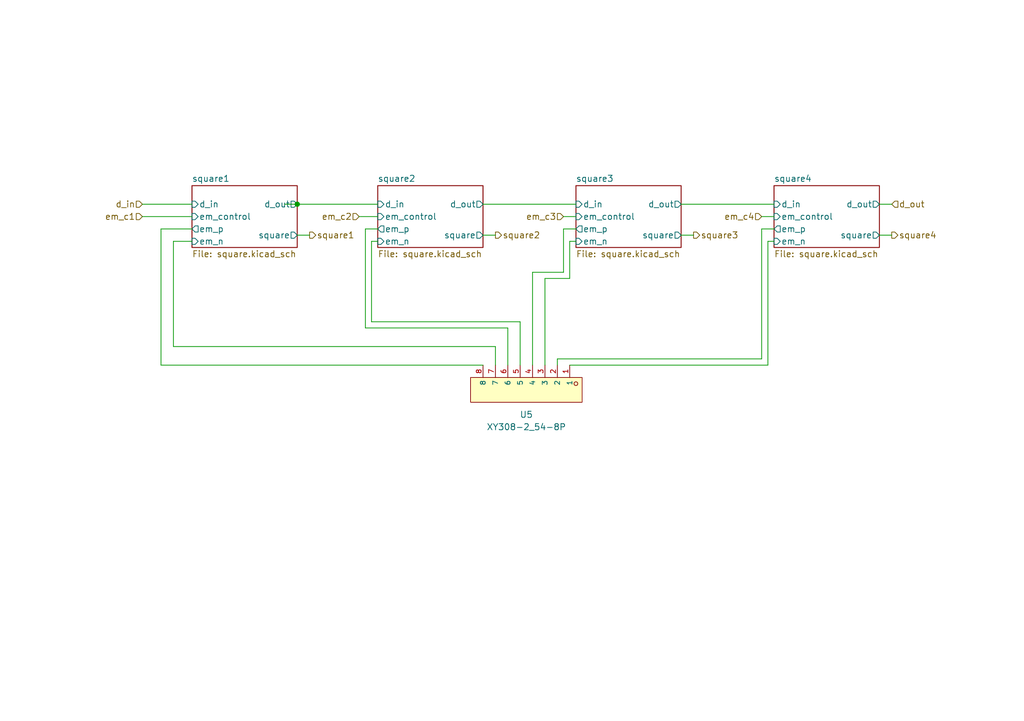
<source format=kicad_sch>
(kicad_sch (version 20231120) (generator "eeschema") (generator_version "8.0")
  (paper "A5")
  (lib_symbols
    (symbol "XY308-2_54-8P:XY308-2_54-8P"
      (property "Reference" "U" (at 0 1.27 0))
      (property "Value" "XY308-2_54-8P" (at 0 -2.54 0))
      (symbol "XY308-2_54-8P_0_1"
        (rectangle (start -2.54 11.43) (end 2.54 -11.43) (fill (type background)))
        (circle (center -1.27 10.16) (radius 0.381) (fill (type background)))
        (pin unspecified line (at -5.08 8.89 0) (length 2.54) (name "1") (number "1"))
        (pin unspecified line (at -5.08 6.35 0) (length 2.54) (name "2") (number "2"))
        (pin unspecified line (at -5.08 3.81 0) (length 2.54) (name "3") (number "3"))
        (pin unspecified line (at -5.08 1.27 0) (length 2.54) (name "4") (number "4"))
        (pin unspecified line (at -5.08 -1.27 0) (length 2.54) (name "5") (number "5"))
        (pin unspecified line (at -5.08 -3.81 0) (length 2.54) (name "6") (number "6"))
        (pin unspecified line (at -5.08 -6.35 0) (length 2.54) (name "7") (number "7"))
        (pin unspecified line (at -5.08 -8.89 0) (length 2.54) (name "8") (number "8"))
      )
    )
  )
  (junction (at 60.96 41.91))
  (wire (pts (xy 104.14 74.93) (xy 104.14 67.31)))
  (wire (pts (xy 139.7 48.26) (xy 142.24 48.26)))
  (wire (pts (xy 35.56 49.53) (xy 39.37 49.53)))
  (wire (pts (xy 180.34 41.91) (xy 182.88 41.91)))
  (wire (pts (xy 116.84 57.15) (xy 111.76 57.15)))
  (wire (pts (xy 33.02 46.99) (xy 39.37 46.99)))
  (wire (pts (xy 29.21 44.45) (xy 39.37 44.45)))
  (wire (pts (xy 157.48 49.53) (xy 158.75 49.53)))
  (wire (pts (xy 115.57 44.45) (xy 118.11 44.45)))
  (wire (pts (xy 76.2 66.04) (xy 76.2 49.53)))
  (wire (pts (xy 106.68 66.04) (xy 76.2 66.04)))
  (wire (pts (xy 60.96 41.91) (xy 77.47 41.91)))
  (wire (pts (xy 156.21 73.66) (xy 156.21 46.99)))
  (wire (pts (xy 116.84 49.53) (xy 118.11 49.53)))
  (wire (pts (xy 99.06 74.93) (xy 33.02 74.93)))
  (wire (pts (xy 58.42 41.91) (xy 60.96 41.91)))
  (wire (pts (xy 74.93 46.99) (xy 77.47 46.99)))
  (wire (pts (xy 115.57 46.99) (xy 118.11 46.99)))
  (wire (pts (xy 111.76 57.15) (xy 111.76 74.93)))
  (wire (pts (xy 99.06 48.26) (xy 101.6 48.26)))
  (wire (pts (xy 114.3 74.93) (xy 114.3 73.66)))
  (wire (pts (xy 101.6 74.93) (xy 101.6 71.12)))
  (wire (pts (xy 115.57 55.88) (xy 115.57 46.99)))
  (wire (pts (xy 101.6 71.12) (xy 35.56 71.12)))
  (wire (pts (xy 35.56 71.12) (xy 35.56 49.53)))
  (wire (pts (xy 106.68 74.93) (xy 106.68 66.04)))
  (wire (pts (xy 104.14 67.31) (xy 74.93 67.31)))
  (wire (pts (xy 116.84 49.53) (xy 116.84 57.15)))
  (wire (pts (xy 156.21 44.45) (xy 158.75 44.45)))
  (wire (pts (xy 109.22 74.93) (xy 109.22 55.88)))
  (wire (pts (xy 116.84 74.93) (xy 157.48 74.93)))
  (wire (pts (xy 139.7 41.91) (xy 158.75 41.91)))
  (wire (pts (xy 114.3 73.66) (xy 156.21 73.66)))
  (wire (pts (xy 29.21 41.91) (xy 39.37 41.91)))
  (wire (pts (xy 109.22 55.88) (xy 115.57 55.88)))
  (wire (pts (xy 33.02 74.93) (xy 33.02 46.99)))
  (wire (pts (xy 73.66 44.45) (xy 77.47 44.45)))
  (wire (pts (xy 76.2 49.53) (xy 77.47 49.53)))
  (wire (pts (xy 74.93 67.31) (xy 74.93 46.99)))
  (wire (pts (xy 156.21 46.99) (xy 158.75 46.99)))
  (wire (pts (xy 60.96 48.26) (xy 63.5 48.26)))
  (wire (pts (xy 99.06 41.91) (xy 118.11 41.91)))
  (wire (pts (xy 180.34 48.26) (xy 182.88 48.26)))
  (wire (pts (xy 157.48 74.93) (xy 157.48 49.53)))
  (hierarchical_label "square4" (shape output) (at 182.88 48.26 0))
  (hierarchical_label "square3" (shape output) (at 142.24 48.26 0))
  (hierarchical_label "square1" (shape output) (at 63.5 48.26 0))
  (hierarchical_label "em_c3" (shape input) (at 115.57 44.45 180))
  (hierarchical_label "d_in" (shape input) (at 29.21 41.91 180))
  (hierarchical_label "em_c1" (shape input) (at 29.21 44.45 180))
  (hierarchical_label "d_out" (shape input) (at 182.88 41.91 0))
  (hierarchical_label "em_c2" (shape input) (at 73.66 44.45 180))
  (hierarchical_label "square2" (shape output) (at 101.6 48.26 0))
  (hierarchical_label "em_c4" (shape input) (at 156.21 44.45 180))
  (symbol (lib_id "XY308-2_54-8P:XY308-2_54-8P") (at 107.95 80.01 270) (unit 1)
    (property "Reference" "U5" (at 107.95 85.09 90))
    (property "Value" "XY308-2_54-8P" (at 107.95 87.63 90))
    (property "Footprint" "footprint:CONN-TH_XY308-2.54-8P" (effects (hide yes)))
    (property "Datasheet" "https://item.szlcsc.com/989799.html?ref=editor&logined=true" (effects (hide yes)))
    (property "LCSC" "C915917" (effects (hide yes)))
    (instances (project "kfchess" (path "" (reference "U5") (unit 1)) (path "" (reference "U6") (unit 1)) (path "" (reference "U7") (unit 1)) (path "" (reference "U8") (unit 1))))
  )
  (sheet (at 118.11 38.1) (size 21.59 12.7) (stroke (width 0.1524))
    (property "Sheetname" "square3" (at 118.11 37.3884 0) (effects (justify left bottom)))
    (property "Sheetfile" "square.kicad_sch" (at 118.11 51.3846 0) (effects (justify left top)))
    (pin "d_out" output (at 139.7 41.91 0))
    (pin "em_p" output (at 118.11 46.99 180))
    (pin "em_n" input (at 118.11 49.53 180))
    (pin "em_control" input (at 118.11 44.45 180))
    (pin "d_in" input (at 118.11 41.91 180))
    (pin "square" output (at 139.7 48.26 0))
  )
  (sheet (at 39.37 38.1) (size 21.59 12.7) (stroke (width 0.1524))
    (property "Sheetname" "square1" (at 39.37 37.3884 0) (effects (justify left bottom)))
    (property "Sheetfile" "square.kicad_sch" (at 39.37 51.3846 0) (effects (justify left top)))
    (pin "d_out" output (at 60.96 41.91 0))
    (pin "em_p" output (at 39.37 46.99 180))
    (pin "em_n" input (at 39.37 49.53 180))
    (pin "em_control" input (at 39.37 44.45 180))
    (pin "d_in" input (at 39.37 41.91 180))
    (pin "square" output (at 60.96 48.26 0))
  )
  (sheet (at 158.75 38.1) (size 21.59 12.7) (stroke (width 0.1524))
    (property "Sheetname" "square4" (at 158.75 37.3884 0) (effects (justify left bottom)))
    (property "Sheetfile" "square.kicad_sch" (at 158.75 51.3846 0) (effects (justify left top)))
    (pin "d_out" output (at 180.34 41.91 0))
    (pin "em_p" output (at 158.75 46.99 180))
    (pin "em_n" input (at 158.75 49.53 180))
    (pin "em_control" input (at 158.75 44.45 180))
    (pin "d_in" input (at 158.75 41.91 180))
    (pin "square" output (at 180.34 48.26 0))
  )
  (sheet (at 77.47 38.1) (size 21.59 12.7) (stroke (width 0.1524))
    (property "Sheetname" "square2" (at 77.47 37.3884 0) (effects (justify left bottom)))
    (property "Sheetfile" "square.kicad_sch" (at 77.47 51.3846 0) (effects (justify left top)))
    (pin "d_out" output (at 99.06 41.91 0))
    (pin "em_p" output (at 77.47 46.99 180))
    (pin "em_n" input (at 77.47 49.53 180))
    (pin "em_control" input (at 77.47 44.45 180))
    (pin "d_in" input (at 77.47 41.91 180))
    (pin "square" output (at 99.06 48.26 0))
  )
)
</source>
